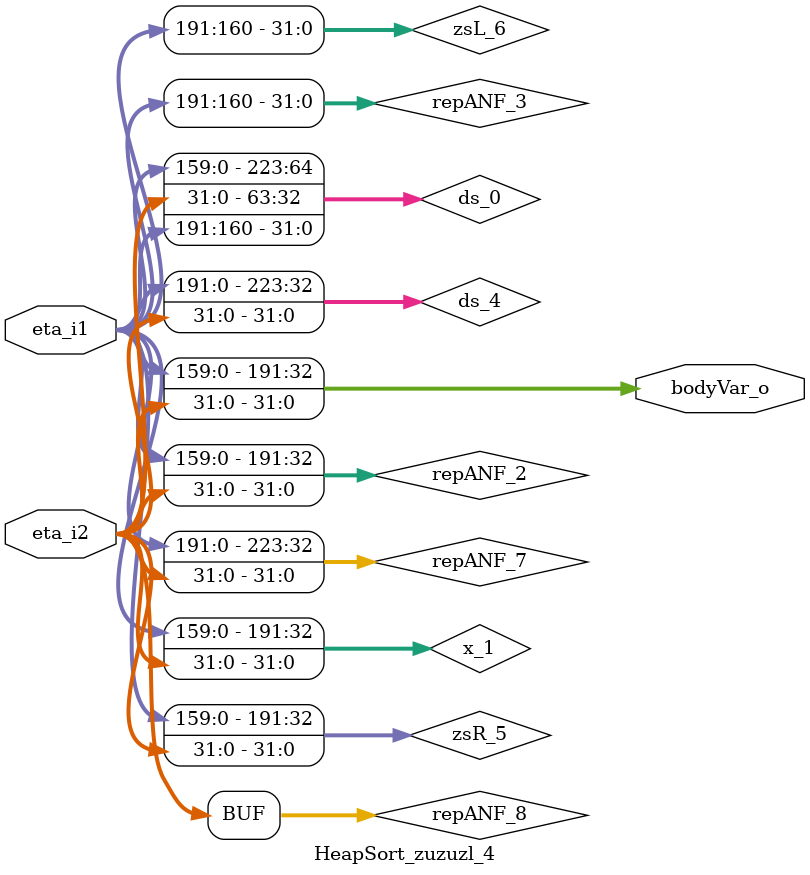
<source format=v>
module HeapSort_zuzuzl_4(eta_i1
                        ,eta_i2
                        ,bodyVar_o);
  input [191:0] eta_i1;
  input signed [31:0] eta_i2;
  output [191:0] bodyVar_o;
  wire [223:0] ds_0;
  wire [191:0] x_1;
  wire [191:0] repANF_2;
  wire [31:0] repANF_3;
  wire [223:0] ds_4;
  wire [191:0] zsR_5;
  wire [31:0] zsL_6;
  wire [223:0] repANF_7;
  wire [31:0] repANF_8;
  assign bodyVar_o = x_1;
  
  assign ds_0 = {repANF_2
                ,repANF_3};
  
  assign x_1 = ds_0[223:32];
  
  assign repANF_2 = zsR_5;
  
  assign repANF_3 = zsL_6;
  
  assign ds_4 = repANF_7;
  
  assign zsR_5 = ds_4[191:0];
  
  assign zsL_6 = ds_4[223:192];
  
  assign repANF_7 = {eta_i1,repANF_8};
  
  assign repANF_8 = eta_i2;
endmodule

</source>
